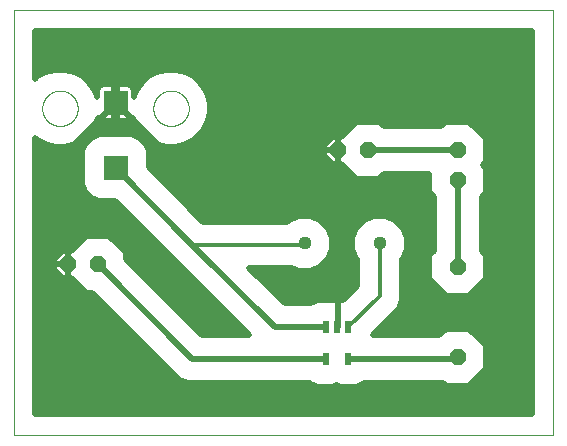
<source format=gtl>
G75*
%MOIN*%
%OFA0B0*%
%FSLAX25Y25*%
%IPPOS*%
%LPD*%
%AMOC8*
5,1,8,0,0,1.08239X$1,22.5*
%
%ADD10C,0.00000*%
%ADD11OC8,0.05200*%
%ADD12R,0.02362X0.04331*%
%ADD13R,0.08268X0.08268*%
%ADD14C,0.02000*%
%ADD15C,0.01300*%
%ADD16C,0.04400*%
D10*
X0002000Y0002000D02*
X0002000Y0143701D01*
X0181921Y0143701D01*
X0181921Y0002000D01*
X0002000Y0002000D01*
X0011590Y0111016D02*
X0011592Y0111169D01*
X0011598Y0111323D01*
X0011608Y0111476D01*
X0011622Y0111628D01*
X0011640Y0111781D01*
X0011662Y0111932D01*
X0011687Y0112083D01*
X0011717Y0112234D01*
X0011751Y0112384D01*
X0011788Y0112532D01*
X0011829Y0112680D01*
X0011874Y0112826D01*
X0011923Y0112972D01*
X0011976Y0113116D01*
X0012032Y0113258D01*
X0012092Y0113399D01*
X0012156Y0113539D01*
X0012223Y0113677D01*
X0012294Y0113813D01*
X0012369Y0113947D01*
X0012446Y0114079D01*
X0012528Y0114209D01*
X0012612Y0114337D01*
X0012700Y0114463D01*
X0012791Y0114586D01*
X0012885Y0114707D01*
X0012983Y0114825D01*
X0013083Y0114941D01*
X0013187Y0115054D01*
X0013293Y0115165D01*
X0013402Y0115273D01*
X0013514Y0115378D01*
X0013628Y0115479D01*
X0013746Y0115578D01*
X0013865Y0115674D01*
X0013987Y0115767D01*
X0014112Y0115856D01*
X0014239Y0115943D01*
X0014368Y0116025D01*
X0014499Y0116105D01*
X0014632Y0116181D01*
X0014767Y0116254D01*
X0014904Y0116323D01*
X0015043Y0116388D01*
X0015183Y0116450D01*
X0015325Y0116508D01*
X0015468Y0116563D01*
X0015613Y0116614D01*
X0015759Y0116661D01*
X0015906Y0116704D01*
X0016054Y0116743D01*
X0016203Y0116779D01*
X0016353Y0116810D01*
X0016504Y0116838D01*
X0016655Y0116862D01*
X0016808Y0116882D01*
X0016960Y0116898D01*
X0017113Y0116910D01*
X0017266Y0116918D01*
X0017419Y0116922D01*
X0017573Y0116922D01*
X0017726Y0116918D01*
X0017879Y0116910D01*
X0018032Y0116898D01*
X0018184Y0116882D01*
X0018337Y0116862D01*
X0018488Y0116838D01*
X0018639Y0116810D01*
X0018789Y0116779D01*
X0018938Y0116743D01*
X0019086Y0116704D01*
X0019233Y0116661D01*
X0019379Y0116614D01*
X0019524Y0116563D01*
X0019667Y0116508D01*
X0019809Y0116450D01*
X0019949Y0116388D01*
X0020088Y0116323D01*
X0020225Y0116254D01*
X0020360Y0116181D01*
X0020493Y0116105D01*
X0020624Y0116025D01*
X0020753Y0115943D01*
X0020880Y0115856D01*
X0021005Y0115767D01*
X0021127Y0115674D01*
X0021246Y0115578D01*
X0021364Y0115479D01*
X0021478Y0115378D01*
X0021590Y0115273D01*
X0021699Y0115165D01*
X0021805Y0115054D01*
X0021909Y0114941D01*
X0022009Y0114825D01*
X0022107Y0114707D01*
X0022201Y0114586D01*
X0022292Y0114463D01*
X0022380Y0114337D01*
X0022464Y0114209D01*
X0022546Y0114079D01*
X0022623Y0113947D01*
X0022698Y0113813D01*
X0022769Y0113677D01*
X0022836Y0113539D01*
X0022900Y0113399D01*
X0022960Y0113258D01*
X0023016Y0113116D01*
X0023069Y0112972D01*
X0023118Y0112826D01*
X0023163Y0112680D01*
X0023204Y0112532D01*
X0023241Y0112384D01*
X0023275Y0112234D01*
X0023305Y0112083D01*
X0023330Y0111932D01*
X0023352Y0111781D01*
X0023370Y0111628D01*
X0023384Y0111476D01*
X0023394Y0111323D01*
X0023400Y0111169D01*
X0023402Y0111016D01*
X0023400Y0110863D01*
X0023394Y0110709D01*
X0023384Y0110556D01*
X0023370Y0110404D01*
X0023352Y0110251D01*
X0023330Y0110100D01*
X0023305Y0109949D01*
X0023275Y0109798D01*
X0023241Y0109648D01*
X0023204Y0109500D01*
X0023163Y0109352D01*
X0023118Y0109206D01*
X0023069Y0109060D01*
X0023016Y0108916D01*
X0022960Y0108774D01*
X0022900Y0108633D01*
X0022836Y0108493D01*
X0022769Y0108355D01*
X0022698Y0108219D01*
X0022623Y0108085D01*
X0022546Y0107953D01*
X0022464Y0107823D01*
X0022380Y0107695D01*
X0022292Y0107569D01*
X0022201Y0107446D01*
X0022107Y0107325D01*
X0022009Y0107207D01*
X0021909Y0107091D01*
X0021805Y0106978D01*
X0021699Y0106867D01*
X0021590Y0106759D01*
X0021478Y0106654D01*
X0021364Y0106553D01*
X0021246Y0106454D01*
X0021127Y0106358D01*
X0021005Y0106265D01*
X0020880Y0106176D01*
X0020753Y0106089D01*
X0020624Y0106007D01*
X0020493Y0105927D01*
X0020360Y0105851D01*
X0020225Y0105778D01*
X0020088Y0105709D01*
X0019949Y0105644D01*
X0019809Y0105582D01*
X0019667Y0105524D01*
X0019524Y0105469D01*
X0019379Y0105418D01*
X0019233Y0105371D01*
X0019086Y0105328D01*
X0018938Y0105289D01*
X0018789Y0105253D01*
X0018639Y0105222D01*
X0018488Y0105194D01*
X0018337Y0105170D01*
X0018184Y0105150D01*
X0018032Y0105134D01*
X0017879Y0105122D01*
X0017726Y0105114D01*
X0017573Y0105110D01*
X0017419Y0105110D01*
X0017266Y0105114D01*
X0017113Y0105122D01*
X0016960Y0105134D01*
X0016808Y0105150D01*
X0016655Y0105170D01*
X0016504Y0105194D01*
X0016353Y0105222D01*
X0016203Y0105253D01*
X0016054Y0105289D01*
X0015906Y0105328D01*
X0015759Y0105371D01*
X0015613Y0105418D01*
X0015468Y0105469D01*
X0015325Y0105524D01*
X0015183Y0105582D01*
X0015043Y0105644D01*
X0014904Y0105709D01*
X0014767Y0105778D01*
X0014632Y0105851D01*
X0014499Y0105927D01*
X0014368Y0106007D01*
X0014239Y0106089D01*
X0014112Y0106176D01*
X0013987Y0106265D01*
X0013865Y0106358D01*
X0013746Y0106454D01*
X0013628Y0106553D01*
X0013514Y0106654D01*
X0013402Y0106759D01*
X0013293Y0106867D01*
X0013187Y0106978D01*
X0013083Y0107091D01*
X0012983Y0107207D01*
X0012885Y0107325D01*
X0012791Y0107446D01*
X0012700Y0107569D01*
X0012612Y0107695D01*
X0012528Y0107823D01*
X0012446Y0107953D01*
X0012369Y0108085D01*
X0012294Y0108219D01*
X0012223Y0108355D01*
X0012156Y0108493D01*
X0012092Y0108633D01*
X0012032Y0108774D01*
X0011976Y0108916D01*
X0011923Y0109060D01*
X0011874Y0109206D01*
X0011829Y0109352D01*
X0011788Y0109500D01*
X0011751Y0109648D01*
X0011717Y0109798D01*
X0011687Y0109949D01*
X0011662Y0110100D01*
X0011640Y0110251D01*
X0011622Y0110404D01*
X0011608Y0110556D01*
X0011598Y0110709D01*
X0011592Y0110863D01*
X0011590Y0111016D01*
X0048598Y0111016D02*
X0048600Y0111169D01*
X0048606Y0111323D01*
X0048616Y0111476D01*
X0048630Y0111628D01*
X0048648Y0111781D01*
X0048670Y0111932D01*
X0048695Y0112083D01*
X0048725Y0112234D01*
X0048759Y0112384D01*
X0048796Y0112532D01*
X0048837Y0112680D01*
X0048882Y0112826D01*
X0048931Y0112972D01*
X0048984Y0113116D01*
X0049040Y0113258D01*
X0049100Y0113399D01*
X0049164Y0113539D01*
X0049231Y0113677D01*
X0049302Y0113813D01*
X0049377Y0113947D01*
X0049454Y0114079D01*
X0049536Y0114209D01*
X0049620Y0114337D01*
X0049708Y0114463D01*
X0049799Y0114586D01*
X0049893Y0114707D01*
X0049991Y0114825D01*
X0050091Y0114941D01*
X0050195Y0115054D01*
X0050301Y0115165D01*
X0050410Y0115273D01*
X0050522Y0115378D01*
X0050636Y0115479D01*
X0050754Y0115578D01*
X0050873Y0115674D01*
X0050995Y0115767D01*
X0051120Y0115856D01*
X0051247Y0115943D01*
X0051376Y0116025D01*
X0051507Y0116105D01*
X0051640Y0116181D01*
X0051775Y0116254D01*
X0051912Y0116323D01*
X0052051Y0116388D01*
X0052191Y0116450D01*
X0052333Y0116508D01*
X0052476Y0116563D01*
X0052621Y0116614D01*
X0052767Y0116661D01*
X0052914Y0116704D01*
X0053062Y0116743D01*
X0053211Y0116779D01*
X0053361Y0116810D01*
X0053512Y0116838D01*
X0053663Y0116862D01*
X0053816Y0116882D01*
X0053968Y0116898D01*
X0054121Y0116910D01*
X0054274Y0116918D01*
X0054427Y0116922D01*
X0054581Y0116922D01*
X0054734Y0116918D01*
X0054887Y0116910D01*
X0055040Y0116898D01*
X0055192Y0116882D01*
X0055345Y0116862D01*
X0055496Y0116838D01*
X0055647Y0116810D01*
X0055797Y0116779D01*
X0055946Y0116743D01*
X0056094Y0116704D01*
X0056241Y0116661D01*
X0056387Y0116614D01*
X0056532Y0116563D01*
X0056675Y0116508D01*
X0056817Y0116450D01*
X0056957Y0116388D01*
X0057096Y0116323D01*
X0057233Y0116254D01*
X0057368Y0116181D01*
X0057501Y0116105D01*
X0057632Y0116025D01*
X0057761Y0115943D01*
X0057888Y0115856D01*
X0058013Y0115767D01*
X0058135Y0115674D01*
X0058254Y0115578D01*
X0058372Y0115479D01*
X0058486Y0115378D01*
X0058598Y0115273D01*
X0058707Y0115165D01*
X0058813Y0115054D01*
X0058917Y0114941D01*
X0059017Y0114825D01*
X0059115Y0114707D01*
X0059209Y0114586D01*
X0059300Y0114463D01*
X0059388Y0114337D01*
X0059472Y0114209D01*
X0059554Y0114079D01*
X0059631Y0113947D01*
X0059706Y0113813D01*
X0059777Y0113677D01*
X0059844Y0113539D01*
X0059908Y0113399D01*
X0059968Y0113258D01*
X0060024Y0113116D01*
X0060077Y0112972D01*
X0060126Y0112826D01*
X0060171Y0112680D01*
X0060212Y0112532D01*
X0060249Y0112384D01*
X0060283Y0112234D01*
X0060313Y0112083D01*
X0060338Y0111932D01*
X0060360Y0111781D01*
X0060378Y0111628D01*
X0060392Y0111476D01*
X0060402Y0111323D01*
X0060408Y0111169D01*
X0060410Y0111016D01*
X0060408Y0110863D01*
X0060402Y0110709D01*
X0060392Y0110556D01*
X0060378Y0110404D01*
X0060360Y0110251D01*
X0060338Y0110100D01*
X0060313Y0109949D01*
X0060283Y0109798D01*
X0060249Y0109648D01*
X0060212Y0109500D01*
X0060171Y0109352D01*
X0060126Y0109206D01*
X0060077Y0109060D01*
X0060024Y0108916D01*
X0059968Y0108774D01*
X0059908Y0108633D01*
X0059844Y0108493D01*
X0059777Y0108355D01*
X0059706Y0108219D01*
X0059631Y0108085D01*
X0059554Y0107953D01*
X0059472Y0107823D01*
X0059388Y0107695D01*
X0059300Y0107569D01*
X0059209Y0107446D01*
X0059115Y0107325D01*
X0059017Y0107207D01*
X0058917Y0107091D01*
X0058813Y0106978D01*
X0058707Y0106867D01*
X0058598Y0106759D01*
X0058486Y0106654D01*
X0058372Y0106553D01*
X0058254Y0106454D01*
X0058135Y0106358D01*
X0058013Y0106265D01*
X0057888Y0106176D01*
X0057761Y0106089D01*
X0057632Y0106007D01*
X0057501Y0105927D01*
X0057368Y0105851D01*
X0057233Y0105778D01*
X0057096Y0105709D01*
X0056957Y0105644D01*
X0056817Y0105582D01*
X0056675Y0105524D01*
X0056532Y0105469D01*
X0056387Y0105418D01*
X0056241Y0105371D01*
X0056094Y0105328D01*
X0055946Y0105289D01*
X0055797Y0105253D01*
X0055647Y0105222D01*
X0055496Y0105194D01*
X0055345Y0105170D01*
X0055192Y0105150D01*
X0055040Y0105134D01*
X0054887Y0105122D01*
X0054734Y0105114D01*
X0054581Y0105110D01*
X0054427Y0105110D01*
X0054274Y0105114D01*
X0054121Y0105122D01*
X0053968Y0105134D01*
X0053816Y0105150D01*
X0053663Y0105170D01*
X0053512Y0105194D01*
X0053361Y0105222D01*
X0053211Y0105253D01*
X0053062Y0105289D01*
X0052914Y0105328D01*
X0052767Y0105371D01*
X0052621Y0105418D01*
X0052476Y0105469D01*
X0052333Y0105524D01*
X0052191Y0105582D01*
X0052051Y0105644D01*
X0051912Y0105709D01*
X0051775Y0105778D01*
X0051640Y0105851D01*
X0051507Y0105927D01*
X0051376Y0106007D01*
X0051247Y0106089D01*
X0051120Y0106176D01*
X0050995Y0106265D01*
X0050873Y0106358D01*
X0050754Y0106454D01*
X0050636Y0106553D01*
X0050522Y0106654D01*
X0050410Y0106759D01*
X0050301Y0106867D01*
X0050195Y0106978D01*
X0050091Y0107091D01*
X0049991Y0107207D01*
X0049893Y0107325D01*
X0049799Y0107446D01*
X0049708Y0107569D01*
X0049620Y0107695D01*
X0049536Y0107823D01*
X0049454Y0107953D01*
X0049377Y0108085D01*
X0049302Y0108219D01*
X0049231Y0108355D01*
X0049164Y0108493D01*
X0049100Y0108633D01*
X0049040Y0108774D01*
X0048984Y0108916D01*
X0048931Y0109060D01*
X0048882Y0109206D01*
X0048837Y0109352D01*
X0048796Y0109500D01*
X0048759Y0109648D01*
X0048725Y0109798D01*
X0048695Y0109949D01*
X0048670Y0110100D01*
X0048648Y0110251D01*
X0048630Y0110404D01*
X0048616Y0110556D01*
X0048606Y0110709D01*
X0048600Y0110863D01*
X0048598Y0111016D01*
D11*
X0110000Y0097000D03*
X0120000Y0097000D03*
X0150000Y0097000D03*
X0150000Y0087000D03*
X0150000Y0058000D03*
X0150000Y0028000D03*
X0030000Y0059000D03*
X0020000Y0059000D03*
D12*
X0106000Y0038000D03*
X0109740Y0038000D03*
X0113480Y0038000D03*
X0113480Y0027370D03*
X0106000Y0027370D03*
D13*
X0036000Y0091173D03*
X0036000Y0112827D03*
D14*
X0051827Y0097000D01*
X0110000Y0097000D01*
X0110000Y0038260D01*
X0109740Y0038000D01*
X0106000Y0038000D02*
X0089173Y0038000D01*
X0061587Y0065587D01*
X0036000Y0091173D01*
X0024866Y0096699D02*
X0025932Y0099272D01*
X0027901Y0101241D01*
X0030474Y0102307D01*
X0041526Y0102307D01*
X0044099Y0101241D01*
X0046068Y0099272D01*
X0047134Y0096699D01*
X0047134Y0091353D01*
X0065250Y0073237D01*
X0093226Y0073237D01*
X0093789Y0073799D01*
X0097170Y0075200D01*
X0100830Y0075200D01*
X0104211Y0073799D01*
X0106799Y0071211D01*
X0108200Y0067830D01*
X0108200Y0064170D01*
X0106799Y0060789D01*
X0104211Y0058201D01*
X0100830Y0056800D01*
X0097170Y0056800D01*
X0094426Y0057937D01*
X0080550Y0057937D01*
X0092487Y0046000D01*
X0100754Y0046000D01*
X0100854Y0046100D01*
X0103427Y0047165D01*
X0108573Y0047165D01*
X0109740Y0046682D01*
X0110907Y0047165D01*
X0111827Y0047165D01*
X0116350Y0051688D01*
X0116350Y0060639D01*
X0116201Y0060789D01*
X0114800Y0064170D01*
X0114800Y0067830D01*
X0116201Y0071211D01*
X0118789Y0073799D01*
X0122170Y0075200D01*
X0125830Y0075200D01*
X0129211Y0073799D01*
X0131799Y0071211D01*
X0133200Y0067830D01*
X0133200Y0064170D01*
X0131799Y0060789D01*
X0131650Y0060639D01*
X0131650Y0046998D01*
X0130485Y0044186D01*
X0121669Y0035370D01*
X0143794Y0035370D01*
X0146024Y0037600D01*
X0153976Y0037600D01*
X0159600Y0031976D01*
X0159600Y0024024D01*
X0153976Y0018400D01*
X0146024Y0018400D01*
X0145053Y0019370D01*
X0118726Y0019370D01*
X0118627Y0019270D01*
X0116054Y0018205D01*
X0110907Y0018205D01*
X0109740Y0018688D01*
X0108573Y0018205D01*
X0103427Y0018205D01*
X0100854Y0019270D01*
X0100754Y0019370D01*
X0060039Y0019370D01*
X0057098Y0020588D01*
X0028286Y0049400D01*
X0026024Y0049400D01*
X0021024Y0054400D01*
X0020000Y0054400D01*
X0020000Y0059000D01*
X0020000Y0096827D01*
X0036000Y0112827D01*
X0036378Y0113205D02*
X0035622Y0113205D01*
X0035622Y0118961D01*
X0031603Y0118961D01*
X0031094Y0118824D01*
X0030638Y0118561D01*
X0030266Y0118189D01*
X0030002Y0117733D01*
X0029866Y0117224D01*
X0029866Y0114713D01*
X0029522Y0115997D01*
X0027823Y0118940D01*
X0025420Y0121343D01*
X0022477Y0123042D01*
X0019195Y0123921D01*
X0015797Y0123921D01*
X0012515Y0123042D01*
X0009572Y0121343D01*
X0009000Y0120771D01*
X0009000Y0136701D01*
X0174921Y0136701D01*
X0174921Y0009000D01*
X0009000Y0009000D01*
X0009000Y0101261D01*
X0009572Y0100689D01*
X0012515Y0098990D01*
X0015797Y0098110D01*
X0019195Y0098110D01*
X0022477Y0098990D01*
X0025420Y0100689D01*
X0027823Y0103092D01*
X0029522Y0106034D01*
X0030020Y0107891D01*
X0030266Y0107465D01*
X0030638Y0107093D01*
X0031094Y0106829D01*
X0031603Y0106693D01*
X0035622Y0106693D01*
X0035622Y0112449D01*
X0036378Y0112449D01*
X0036378Y0106693D01*
X0040397Y0106693D01*
X0040906Y0106829D01*
X0041362Y0107093D01*
X0041734Y0107465D01*
X0041980Y0107891D01*
X0042478Y0106034D01*
X0044177Y0103092D01*
X0046580Y0100689D01*
X0049523Y0098990D01*
X0052805Y0098110D01*
X0056203Y0098110D01*
X0059485Y0098990D01*
X0062428Y0100689D01*
X0064831Y0103092D01*
X0066530Y0106034D01*
X0067409Y0109317D01*
X0067409Y0112715D01*
X0066530Y0115997D01*
X0064831Y0118940D01*
X0062428Y0121343D01*
X0059485Y0123042D01*
X0056203Y0123921D01*
X0052805Y0123921D01*
X0049523Y0123042D01*
X0046580Y0121343D01*
X0044177Y0118940D01*
X0042478Y0115997D01*
X0042134Y0114713D01*
X0042134Y0117224D01*
X0041998Y0117733D01*
X0041734Y0118189D01*
X0041362Y0118561D01*
X0040906Y0118824D01*
X0040397Y0118961D01*
X0036378Y0118961D01*
X0036378Y0113205D01*
X0036378Y0114786D02*
X0035622Y0114786D01*
X0035622Y0116784D02*
X0036378Y0116784D01*
X0036378Y0118783D02*
X0035622Y0118783D01*
X0031022Y0118783D02*
X0027914Y0118783D01*
X0025982Y0120781D02*
X0046018Y0120781D01*
X0044086Y0118783D02*
X0040978Y0118783D01*
X0042134Y0116784D02*
X0042932Y0116784D01*
X0042153Y0114786D02*
X0042134Y0114786D01*
X0036378Y0110789D02*
X0035622Y0110789D01*
X0035622Y0108790D02*
X0036378Y0108790D01*
X0036378Y0106792D02*
X0035622Y0106792D01*
X0031235Y0106792D02*
X0029725Y0106792D01*
X0028805Y0104793D02*
X0043195Y0104793D01*
X0044474Y0102795D02*
X0027526Y0102795D01*
X0027456Y0100796D02*
X0025528Y0100796D01*
X0025735Y0098798D02*
X0021760Y0098798D01*
X0024907Y0096799D02*
X0009000Y0096799D01*
X0009000Y0098798D02*
X0013232Y0098798D01*
X0009465Y0100796D02*
X0009000Y0100796D01*
X0009000Y0094801D02*
X0024866Y0094801D01*
X0024866Y0092802D02*
X0009000Y0092802D01*
X0009000Y0090803D02*
X0024866Y0090803D01*
X0024866Y0088805D02*
X0009000Y0088805D01*
X0009000Y0086806D02*
X0024866Y0086806D01*
X0024866Y0085647D02*
X0025932Y0083074D01*
X0027901Y0081105D01*
X0030474Y0080039D01*
X0035820Y0080039D01*
X0054805Y0061055D01*
X0080489Y0035370D01*
X0064944Y0035370D01*
X0039600Y0060714D01*
X0039600Y0062976D01*
X0033976Y0068600D01*
X0026024Y0068600D01*
X0021024Y0063600D01*
X0020000Y0063600D01*
X0020000Y0059000D01*
X0020000Y0059000D01*
X0020000Y0059000D01*
X0020000Y0059000D01*
X0015400Y0059000D01*
X0015400Y0060905D01*
X0018095Y0063600D01*
X0020000Y0063600D01*
X0020000Y0059000D01*
X0020000Y0054400D01*
X0018095Y0054400D01*
X0015400Y0057095D01*
X0015400Y0059000D01*
X0020000Y0059000D01*
X0020000Y0058827D02*
X0020000Y0058827D01*
X0020000Y0060826D02*
X0020000Y0060826D01*
X0020000Y0062824D02*
X0020000Y0062824D01*
X0017319Y0062824D02*
X0009000Y0062824D01*
X0009000Y0064823D02*
X0022246Y0064823D01*
X0024245Y0066821D02*
X0009000Y0066821D01*
X0009000Y0068820D02*
X0047040Y0068820D01*
X0045041Y0070818D02*
X0009000Y0070818D01*
X0009000Y0072817D02*
X0043043Y0072817D01*
X0041044Y0074815D02*
X0009000Y0074815D01*
X0009000Y0076814D02*
X0039046Y0076814D01*
X0037047Y0078812D02*
X0009000Y0078812D01*
X0009000Y0080811D02*
X0028611Y0080811D01*
X0026197Y0082809D02*
X0009000Y0082809D01*
X0009000Y0084808D02*
X0025214Y0084808D01*
X0024866Y0085647D02*
X0024866Y0096699D01*
X0040765Y0106792D02*
X0042275Y0106792D01*
X0044544Y0100796D02*
X0046472Y0100796D01*
X0046265Y0098798D02*
X0050240Y0098798D01*
X0047093Y0096799D02*
X0105400Y0096799D01*
X0105400Y0097000D02*
X0105400Y0095095D01*
X0108095Y0092400D01*
X0110000Y0092400D01*
X0111024Y0092400D01*
X0116024Y0087400D01*
X0123976Y0087400D01*
X0125576Y0089000D01*
X0140400Y0089000D01*
X0140400Y0083024D01*
X0142000Y0081424D01*
X0142000Y0063576D01*
X0140400Y0061976D01*
X0140400Y0054024D01*
X0146024Y0048400D01*
X0153976Y0048400D01*
X0159600Y0054024D01*
X0159600Y0061976D01*
X0158000Y0063576D01*
X0158000Y0081424D01*
X0159600Y0083024D01*
X0159600Y0090976D01*
X0158576Y0092000D01*
X0159600Y0093024D01*
X0159600Y0100976D01*
X0153976Y0106600D01*
X0146024Y0106600D01*
X0144424Y0105000D01*
X0125576Y0105000D01*
X0123976Y0106600D01*
X0116024Y0106600D01*
X0111024Y0101600D01*
X0110000Y0101600D01*
X0110000Y0097000D01*
X0110000Y0097000D01*
X0110000Y0101600D01*
X0108095Y0101600D01*
X0105400Y0098905D01*
X0105400Y0097000D01*
X0110000Y0097000D01*
X0110000Y0092400D01*
X0110000Y0097000D01*
X0110000Y0097000D01*
X0110000Y0097000D01*
X0105400Y0097000D01*
X0105400Y0098798D02*
X0058768Y0098798D01*
X0062535Y0100796D02*
X0107291Y0100796D01*
X0110000Y0100796D02*
X0110000Y0100796D01*
X0112218Y0102795D02*
X0064534Y0102795D01*
X0065813Y0104793D02*
X0114217Y0104793D01*
X0110000Y0098798D02*
X0110000Y0098798D01*
X0110000Y0096799D02*
X0110000Y0096799D01*
X0110000Y0094801D02*
X0110000Y0094801D01*
X0110000Y0092802D02*
X0110000Y0092802D01*
X0107693Y0092802D02*
X0047134Y0092802D01*
X0047134Y0094801D02*
X0105694Y0094801D01*
X0112620Y0090803D02*
X0047683Y0090803D01*
X0049682Y0088805D02*
X0114619Y0088805D01*
X0120000Y0097000D02*
X0150000Y0097000D01*
X0157782Y0102795D02*
X0174921Y0102795D01*
X0174921Y0104793D02*
X0155783Y0104793D01*
X0159600Y0100796D02*
X0174921Y0100796D01*
X0174921Y0098798D02*
X0159600Y0098798D01*
X0159600Y0096799D02*
X0174921Y0096799D01*
X0174921Y0094801D02*
X0159600Y0094801D01*
X0159378Y0092802D02*
X0174921Y0092802D01*
X0174921Y0090803D02*
X0159600Y0090803D01*
X0159600Y0088805D02*
X0174921Y0088805D01*
X0174921Y0086806D02*
X0159600Y0086806D01*
X0159600Y0084808D02*
X0174921Y0084808D01*
X0174921Y0082809D02*
X0159386Y0082809D01*
X0158000Y0080811D02*
X0174921Y0080811D01*
X0174921Y0078812D02*
X0158000Y0078812D01*
X0158000Y0076814D02*
X0174921Y0076814D01*
X0174921Y0074815D02*
X0158000Y0074815D01*
X0158000Y0072817D02*
X0174921Y0072817D01*
X0174921Y0070818D02*
X0158000Y0070818D01*
X0158000Y0068820D02*
X0174921Y0068820D01*
X0174921Y0066821D02*
X0158000Y0066821D01*
X0158000Y0064823D02*
X0174921Y0064823D01*
X0174921Y0062824D02*
X0158752Y0062824D01*
X0159600Y0060826D02*
X0174921Y0060826D01*
X0174921Y0058827D02*
X0159600Y0058827D01*
X0159600Y0056829D02*
X0174921Y0056829D01*
X0174921Y0054830D02*
X0159600Y0054830D01*
X0158408Y0052832D02*
X0174921Y0052832D01*
X0174921Y0050833D02*
X0156410Y0050833D01*
X0154411Y0048835D02*
X0174921Y0048835D01*
X0174921Y0046836D02*
X0131583Y0046836D01*
X0131650Y0048835D02*
X0145589Y0048835D01*
X0143590Y0050833D02*
X0131650Y0050833D01*
X0131650Y0052832D02*
X0141592Y0052832D01*
X0140400Y0054830D02*
X0131650Y0054830D01*
X0131650Y0056829D02*
X0140400Y0056829D01*
X0140400Y0058827D02*
X0131650Y0058827D01*
X0131815Y0060826D02*
X0140400Y0060826D01*
X0141248Y0062824D02*
X0132643Y0062824D01*
X0133200Y0064823D02*
X0142000Y0064823D01*
X0142000Y0066821D02*
X0133200Y0066821D01*
X0132790Y0068820D02*
X0142000Y0068820D01*
X0142000Y0070818D02*
X0131962Y0070818D01*
X0130194Y0072817D02*
X0142000Y0072817D01*
X0142000Y0074815D02*
X0126758Y0074815D01*
X0121242Y0074815D02*
X0101758Y0074815D01*
X0105194Y0072817D02*
X0117806Y0072817D01*
X0116038Y0070818D02*
X0106962Y0070818D01*
X0107790Y0068820D02*
X0115210Y0068820D01*
X0114800Y0066821D02*
X0108200Y0066821D01*
X0108200Y0064823D02*
X0114800Y0064823D01*
X0115357Y0062824D02*
X0107643Y0062824D01*
X0106815Y0060826D02*
X0116185Y0060826D01*
X0116350Y0058827D02*
X0104838Y0058827D01*
X0100900Y0056829D02*
X0116350Y0056829D01*
X0116350Y0054830D02*
X0083657Y0054830D01*
X0085655Y0052832D02*
X0116350Y0052832D01*
X0115495Y0050833D02*
X0087654Y0050833D01*
X0089652Y0048835D02*
X0113496Y0048835D01*
X0110112Y0046836D02*
X0109368Y0046836D01*
X0102632Y0046836D02*
X0091651Y0046836D01*
X0097100Y0056829D02*
X0081658Y0056829D01*
X0069023Y0046836D02*
X0053477Y0046836D01*
X0051479Y0048835D02*
X0067025Y0048835D01*
X0065026Y0050833D02*
X0049480Y0050833D01*
X0047482Y0052832D02*
X0063028Y0052832D01*
X0061029Y0054830D02*
X0045483Y0054830D01*
X0043485Y0056829D02*
X0059031Y0056829D01*
X0057032Y0058827D02*
X0041486Y0058827D01*
X0039600Y0060826D02*
X0055034Y0060826D01*
X0053035Y0062824D02*
X0039600Y0062824D01*
X0037754Y0064823D02*
X0051037Y0064823D01*
X0049038Y0066821D02*
X0035755Y0066821D01*
X0030000Y0059000D02*
X0061630Y0027370D01*
X0106000Y0027370D01*
X0113480Y0027370D02*
X0149370Y0027370D01*
X0150000Y0028000D01*
X0156731Y0034845D02*
X0174921Y0034845D01*
X0174921Y0032847D02*
X0158730Y0032847D01*
X0159600Y0030848D02*
X0174921Y0030848D01*
X0174921Y0028850D02*
X0159600Y0028850D01*
X0159600Y0026851D02*
X0174921Y0026851D01*
X0174921Y0024853D02*
X0159600Y0024853D01*
X0158431Y0022854D02*
X0174921Y0022854D01*
X0174921Y0020856D02*
X0156432Y0020856D01*
X0154434Y0018857D02*
X0174921Y0018857D01*
X0174921Y0016859D02*
X0009000Y0016859D01*
X0009000Y0018857D02*
X0101852Y0018857D01*
X0117629Y0018857D02*
X0145566Y0018857D01*
X0145267Y0036844D02*
X0123143Y0036844D01*
X0125141Y0038842D02*
X0174921Y0038842D01*
X0174921Y0036844D02*
X0154733Y0036844D01*
X0174921Y0040841D02*
X0127140Y0040841D01*
X0129138Y0042839D02*
X0174921Y0042839D01*
X0174921Y0044838D02*
X0130755Y0044838D01*
X0150000Y0058000D02*
X0150000Y0087000D01*
X0142000Y0080811D02*
X0057676Y0080811D01*
X0055677Y0082809D02*
X0140614Y0082809D01*
X0140400Y0084808D02*
X0053679Y0084808D01*
X0051680Y0086806D02*
X0140400Y0086806D01*
X0140400Y0088805D02*
X0125381Y0088805D01*
X0142000Y0078812D02*
X0059674Y0078812D01*
X0061673Y0076814D02*
X0142000Y0076814D01*
X0174921Y0106792D02*
X0066733Y0106792D01*
X0067268Y0108790D02*
X0174921Y0108790D01*
X0174921Y0110789D02*
X0067409Y0110789D01*
X0067390Y0112787D02*
X0174921Y0112787D01*
X0174921Y0114786D02*
X0066855Y0114786D01*
X0066076Y0116784D02*
X0174921Y0116784D01*
X0174921Y0118783D02*
X0064922Y0118783D01*
X0062990Y0120781D02*
X0174921Y0120781D01*
X0174921Y0122780D02*
X0059939Y0122780D01*
X0049069Y0122780D02*
X0022931Y0122780D01*
X0029068Y0116784D02*
X0029866Y0116784D01*
X0029847Y0114786D02*
X0029866Y0114786D01*
X0012061Y0122780D02*
X0009000Y0122780D01*
X0009000Y0124778D02*
X0174921Y0124778D01*
X0174921Y0126777D02*
X0009000Y0126777D01*
X0009000Y0128775D02*
X0174921Y0128775D01*
X0174921Y0130774D02*
X0009000Y0130774D01*
X0009000Y0132772D02*
X0174921Y0132772D01*
X0174921Y0134771D02*
X0009000Y0134771D01*
X0009000Y0120781D02*
X0009010Y0120781D01*
X0063672Y0074815D02*
X0096242Y0074815D01*
X0071022Y0044838D02*
X0055476Y0044838D01*
X0057474Y0042839D02*
X0073020Y0042839D01*
X0075019Y0040841D02*
X0059473Y0040841D01*
X0061471Y0038842D02*
X0077017Y0038842D01*
X0079016Y0036844D02*
X0063470Y0036844D01*
X0050835Y0026851D02*
X0009000Y0026851D01*
X0009000Y0024853D02*
X0052834Y0024853D01*
X0054832Y0022854D02*
X0009000Y0022854D01*
X0009000Y0020856D02*
X0056831Y0020856D01*
X0048837Y0028850D02*
X0009000Y0028850D01*
X0009000Y0030848D02*
X0046838Y0030848D01*
X0044840Y0032847D02*
X0009000Y0032847D01*
X0009000Y0034845D02*
X0042841Y0034845D01*
X0040843Y0036844D02*
X0009000Y0036844D01*
X0009000Y0038842D02*
X0038844Y0038842D01*
X0036846Y0040841D02*
X0009000Y0040841D01*
X0009000Y0042839D02*
X0034847Y0042839D01*
X0032849Y0044838D02*
X0009000Y0044838D01*
X0009000Y0046836D02*
X0030850Y0046836D01*
X0028852Y0048835D02*
X0009000Y0048835D01*
X0009000Y0050833D02*
X0024590Y0050833D01*
X0022592Y0052832D02*
X0009000Y0052832D01*
X0009000Y0054830D02*
X0017664Y0054830D01*
X0020000Y0054830D02*
X0020000Y0054830D01*
X0020000Y0056829D02*
X0020000Y0056829D01*
X0015666Y0056829D02*
X0009000Y0056829D01*
X0009000Y0058827D02*
X0015400Y0058827D01*
X0015400Y0060826D02*
X0009000Y0060826D01*
X0009000Y0014860D02*
X0174921Y0014860D01*
X0174921Y0012862D02*
X0009000Y0012862D01*
X0009000Y0010863D02*
X0174921Y0010863D01*
D15*
X0124000Y0048520D02*
X0113480Y0038000D01*
X0124000Y0048520D02*
X0124000Y0066000D01*
X0099000Y0066000D02*
X0098587Y0065587D01*
X0061587Y0065587D01*
D16*
X0099000Y0066000D03*
X0124000Y0066000D03*
M02*

</source>
